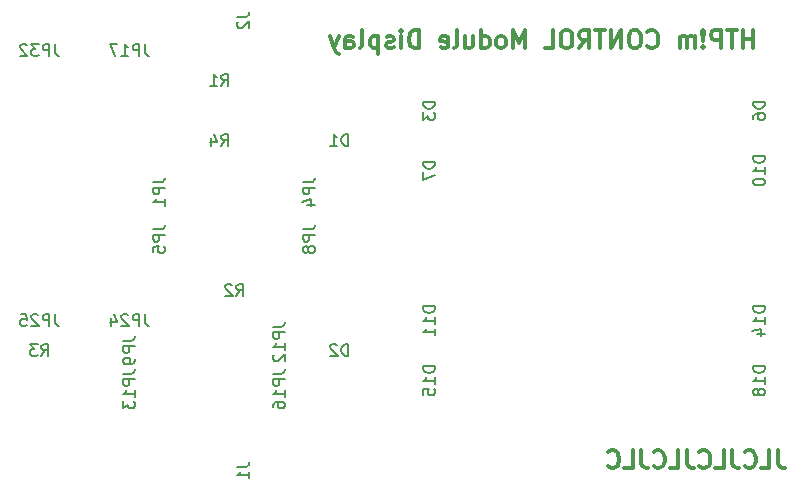
<source format=gbo>
%TF.GenerationSoftware,KiCad,Pcbnew,7.0.8*%
%TF.CreationDate,2023-10-08T00:59:27-07:00*%
%TF.ProjectId,htpm_control_module_display,6874706d-5f63-46f6-9e74-726f6c5f6d6f,1*%
%TF.SameCoordinates,Original*%
%TF.FileFunction,Legend,Bot*%
%TF.FilePolarity,Positive*%
%FSLAX46Y46*%
G04 Gerber Fmt 4.6, Leading zero omitted, Abs format (unit mm)*
G04 Created by KiCad (PCBNEW 7.0.8) date 2023-10-08 00:59:27*
%MOMM*%
%LPD*%
G01*
G04 APERTURE LIST*
%ADD10C,0.300000*%
%ADD11C,0.150000*%
G04 APERTURE END LIST*
D10*
X263176917Y-117680828D02*
X263176917Y-118752257D01*
X263176917Y-118752257D02*
X263248346Y-118966542D01*
X263248346Y-118966542D02*
X263391203Y-119109400D01*
X263391203Y-119109400D02*
X263605489Y-119180828D01*
X263605489Y-119180828D02*
X263748346Y-119180828D01*
X261748346Y-119180828D02*
X262462632Y-119180828D01*
X262462632Y-119180828D02*
X262462632Y-117680828D01*
X260391203Y-119037971D02*
X260462631Y-119109400D01*
X260462631Y-119109400D02*
X260676917Y-119180828D01*
X260676917Y-119180828D02*
X260819774Y-119180828D01*
X260819774Y-119180828D02*
X261034060Y-119109400D01*
X261034060Y-119109400D02*
X261176917Y-118966542D01*
X261176917Y-118966542D02*
X261248346Y-118823685D01*
X261248346Y-118823685D02*
X261319774Y-118537971D01*
X261319774Y-118537971D02*
X261319774Y-118323685D01*
X261319774Y-118323685D02*
X261248346Y-118037971D01*
X261248346Y-118037971D02*
X261176917Y-117895114D01*
X261176917Y-117895114D02*
X261034060Y-117752257D01*
X261034060Y-117752257D02*
X260819774Y-117680828D01*
X260819774Y-117680828D02*
X260676917Y-117680828D01*
X260676917Y-117680828D02*
X260462631Y-117752257D01*
X260462631Y-117752257D02*
X260391203Y-117823685D01*
X259319774Y-117680828D02*
X259319774Y-118752257D01*
X259319774Y-118752257D02*
X259391203Y-118966542D01*
X259391203Y-118966542D02*
X259534060Y-119109400D01*
X259534060Y-119109400D02*
X259748346Y-119180828D01*
X259748346Y-119180828D02*
X259891203Y-119180828D01*
X257891203Y-119180828D02*
X258605489Y-119180828D01*
X258605489Y-119180828D02*
X258605489Y-117680828D01*
X256534060Y-119037971D02*
X256605488Y-119109400D01*
X256605488Y-119109400D02*
X256819774Y-119180828D01*
X256819774Y-119180828D02*
X256962631Y-119180828D01*
X256962631Y-119180828D02*
X257176917Y-119109400D01*
X257176917Y-119109400D02*
X257319774Y-118966542D01*
X257319774Y-118966542D02*
X257391203Y-118823685D01*
X257391203Y-118823685D02*
X257462631Y-118537971D01*
X257462631Y-118537971D02*
X257462631Y-118323685D01*
X257462631Y-118323685D02*
X257391203Y-118037971D01*
X257391203Y-118037971D02*
X257319774Y-117895114D01*
X257319774Y-117895114D02*
X257176917Y-117752257D01*
X257176917Y-117752257D02*
X256962631Y-117680828D01*
X256962631Y-117680828D02*
X256819774Y-117680828D01*
X256819774Y-117680828D02*
X256605488Y-117752257D01*
X256605488Y-117752257D02*
X256534060Y-117823685D01*
X255462631Y-117680828D02*
X255462631Y-118752257D01*
X255462631Y-118752257D02*
X255534060Y-118966542D01*
X255534060Y-118966542D02*
X255676917Y-119109400D01*
X255676917Y-119109400D02*
X255891203Y-119180828D01*
X255891203Y-119180828D02*
X256034060Y-119180828D01*
X254034060Y-119180828D02*
X254748346Y-119180828D01*
X254748346Y-119180828D02*
X254748346Y-117680828D01*
X252676917Y-119037971D02*
X252748345Y-119109400D01*
X252748345Y-119109400D02*
X252962631Y-119180828D01*
X252962631Y-119180828D02*
X253105488Y-119180828D01*
X253105488Y-119180828D02*
X253319774Y-119109400D01*
X253319774Y-119109400D02*
X253462631Y-118966542D01*
X253462631Y-118966542D02*
X253534060Y-118823685D01*
X253534060Y-118823685D02*
X253605488Y-118537971D01*
X253605488Y-118537971D02*
X253605488Y-118323685D01*
X253605488Y-118323685D02*
X253534060Y-118037971D01*
X253534060Y-118037971D02*
X253462631Y-117895114D01*
X253462631Y-117895114D02*
X253319774Y-117752257D01*
X253319774Y-117752257D02*
X253105488Y-117680828D01*
X253105488Y-117680828D02*
X252962631Y-117680828D01*
X252962631Y-117680828D02*
X252748345Y-117752257D01*
X252748345Y-117752257D02*
X252676917Y-117823685D01*
X251605488Y-117680828D02*
X251605488Y-118752257D01*
X251605488Y-118752257D02*
X251676917Y-118966542D01*
X251676917Y-118966542D02*
X251819774Y-119109400D01*
X251819774Y-119109400D02*
X252034060Y-119180828D01*
X252034060Y-119180828D02*
X252176917Y-119180828D01*
X250176917Y-119180828D02*
X250891203Y-119180828D01*
X250891203Y-119180828D02*
X250891203Y-117680828D01*
X248819774Y-119037971D02*
X248891202Y-119109400D01*
X248891202Y-119109400D02*
X249105488Y-119180828D01*
X249105488Y-119180828D02*
X249248345Y-119180828D01*
X249248345Y-119180828D02*
X249462631Y-119109400D01*
X249462631Y-119109400D02*
X249605488Y-118966542D01*
X249605488Y-118966542D02*
X249676917Y-118823685D01*
X249676917Y-118823685D02*
X249748345Y-118537971D01*
X249748345Y-118537971D02*
X249748345Y-118323685D01*
X249748345Y-118323685D02*
X249676917Y-118037971D01*
X249676917Y-118037971D02*
X249605488Y-117895114D01*
X249605488Y-117895114D02*
X249462631Y-117752257D01*
X249462631Y-117752257D02*
X249248345Y-117680828D01*
X249248345Y-117680828D02*
X249105488Y-117680828D01*
X249105488Y-117680828D02*
X248891202Y-117752257D01*
X248891202Y-117752257D02*
X248819774Y-117823685D01*
X261065489Y-83620828D02*
X261065489Y-82120828D01*
X261065489Y-82835114D02*
X260208346Y-82835114D01*
X260208346Y-83620828D02*
X260208346Y-82120828D01*
X259708345Y-82120828D02*
X258851203Y-82120828D01*
X259279774Y-83620828D02*
X259279774Y-82120828D01*
X258351203Y-83620828D02*
X258351203Y-82120828D01*
X258351203Y-82120828D02*
X257779774Y-82120828D01*
X257779774Y-82120828D02*
X257636917Y-82192257D01*
X257636917Y-82192257D02*
X257565488Y-82263685D01*
X257565488Y-82263685D02*
X257494060Y-82406542D01*
X257494060Y-82406542D02*
X257494060Y-82620828D01*
X257494060Y-82620828D02*
X257565488Y-82763685D01*
X257565488Y-82763685D02*
X257636917Y-82835114D01*
X257636917Y-82835114D02*
X257779774Y-82906542D01*
X257779774Y-82906542D02*
X258351203Y-82906542D01*
X256851203Y-83477971D02*
X256779774Y-83549400D01*
X256779774Y-83549400D02*
X256851203Y-83620828D01*
X256851203Y-83620828D02*
X256922631Y-83549400D01*
X256922631Y-83549400D02*
X256851203Y-83477971D01*
X256851203Y-83477971D02*
X256851203Y-83620828D01*
X256851203Y-83049400D02*
X256922631Y-82192257D01*
X256922631Y-82192257D02*
X256851203Y-82120828D01*
X256851203Y-82120828D02*
X256779774Y-82192257D01*
X256779774Y-82192257D02*
X256851203Y-83049400D01*
X256851203Y-83049400D02*
X256851203Y-82120828D01*
X256136917Y-83620828D02*
X256136917Y-82620828D01*
X256136917Y-82763685D02*
X256065488Y-82692257D01*
X256065488Y-82692257D02*
X255922631Y-82620828D01*
X255922631Y-82620828D02*
X255708345Y-82620828D01*
X255708345Y-82620828D02*
X255565488Y-82692257D01*
X255565488Y-82692257D02*
X255494060Y-82835114D01*
X255494060Y-82835114D02*
X255494060Y-83620828D01*
X255494060Y-82835114D02*
X255422631Y-82692257D01*
X255422631Y-82692257D02*
X255279774Y-82620828D01*
X255279774Y-82620828D02*
X255065488Y-82620828D01*
X255065488Y-82620828D02*
X254922631Y-82692257D01*
X254922631Y-82692257D02*
X254851202Y-82835114D01*
X254851202Y-82835114D02*
X254851202Y-83620828D01*
X252136917Y-83477971D02*
X252208345Y-83549400D01*
X252208345Y-83549400D02*
X252422631Y-83620828D01*
X252422631Y-83620828D02*
X252565488Y-83620828D01*
X252565488Y-83620828D02*
X252779774Y-83549400D01*
X252779774Y-83549400D02*
X252922631Y-83406542D01*
X252922631Y-83406542D02*
X252994060Y-83263685D01*
X252994060Y-83263685D02*
X253065488Y-82977971D01*
X253065488Y-82977971D02*
X253065488Y-82763685D01*
X253065488Y-82763685D02*
X252994060Y-82477971D01*
X252994060Y-82477971D02*
X252922631Y-82335114D01*
X252922631Y-82335114D02*
X252779774Y-82192257D01*
X252779774Y-82192257D02*
X252565488Y-82120828D01*
X252565488Y-82120828D02*
X252422631Y-82120828D01*
X252422631Y-82120828D02*
X252208345Y-82192257D01*
X252208345Y-82192257D02*
X252136917Y-82263685D01*
X251208345Y-82120828D02*
X250922631Y-82120828D01*
X250922631Y-82120828D02*
X250779774Y-82192257D01*
X250779774Y-82192257D02*
X250636917Y-82335114D01*
X250636917Y-82335114D02*
X250565488Y-82620828D01*
X250565488Y-82620828D02*
X250565488Y-83120828D01*
X250565488Y-83120828D02*
X250636917Y-83406542D01*
X250636917Y-83406542D02*
X250779774Y-83549400D01*
X250779774Y-83549400D02*
X250922631Y-83620828D01*
X250922631Y-83620828D02*
X251208345Y-83620828D01*
X251208345Y-83620828D02*
X251351203Y-83549400D01*
X251351203Y-83549400D02*
X251494060Y-83406542D01*
X251494060Y-83406542D02*
X251565488Y-83120828D01*
X251565488Y-83120828D02*
X251565488Y-82620828D01*
X251565488Y-82620828D02*
X251494060Y-82335114D01*
X251494060Y-82335114D02*
X251351203Y-82192257D01*
X251351203Y-82192257D02*
X251208345Y-82120828D01*
X249922631Y-83620828D02*
X249922631Y-82120828D01*
X249922631Y-82120828D02*
X249065488Y-83620828D01*
X249065488Y-83620828D02*
X249065488Y-82120828D01*
X248565487Y-82120828D02*
X247708345Y-82120828D01*
X248136916Y-83620828D02*
X248136916Y-82120828D01*
X246351202Y-83620828D02*
X246851202Y-82906542D01*
X247208345Y-83620828D02*
X247208345Y-82120828D01*
X247208345Y-82120828D02*
X246636916Y-82120828D01*
X246636916Y-82120828D02*
X246494059Y-82192257D01*
X246494059Y-82192257D02*
X246422630Y-82263685D01*
X246422630Y-82263685D02*
X246351202Y-82406542D01*
X246351202Y-82406542D02*
X246351202Y-82620828D01*
X246351202Y-82620828D02*
X246422630Y-82763685D01*
X246422630Y-82763685D02*
X246494059Y-82835114D01*
X246494059Y-82835114D02*
X246636916Y-82906542D01*
X246636916Y-82906542D02*
X247208345Y-82906542D01*
X245422630Y-82120828D02*
X245136916Y-82120828D01*
X245136916Y-82120828D02*
X244994059Y-82192257D01*
X244994059Y-82192257D02*
X244851202Y-82335114D01*
X244851202Y-82335114D02*
X244779773Y-82620828D01*
X244779773Y-82620828D02*
X244779773Y-83120828D01*
X244779773Y-83120828D02*
X244851202Y-83406542D01*
X244851202Y-83406542D02*
X244994059Y-83549400D01*
X244994059Y-83549400D02*
X245136916Y-83620828D01*
X245136916Y-83620828D02*
X245422630Y-83620828D01*
X245422630Y-83620828D02*
X245565488Y-83549400D01*
X245565488Y-83549400D02*
X245708345Y-83406542D01*
X245708345Y-83406542D02*
X245779773Y-83120828D01*
X245779773Y-83120828D02*
X245779773Y-82620828D01*
X245779773Y-82620828D02*
X245708345Y-82335114D01*
X245708345Y-82335114D02*
X245565488Y-82192257D01*
X245565488Y-82192257D02*
X245422630Y-82120828D01*
X243422630Y-83620828D02*
X244136916Y-83620828D01*
X244136916Y-83620828D02*
X244136916Y-82120828D01*
X241779773Y-83620828D02*
X241779773Y-82120828D01*
X241779773Y-82120828D02*
X241279773Y-83192257D01*
X241279773Y-83192257D02*
X240779773Y-82120828D01*
X240779773Y-82120828D02*
X240779773Y-83620828D01*
X239851201Y-83620828D02*
X239994058Y-83549400D01*
X239994058Y-83549400D02*
X240065487Y-83477971D01*
X240065487Y-83477971D02*
X240136915Y-83335114D01*
X240136915Y-83335114D02*
X240136915Y-82906542D01*
X240136915Y-82906542D02*
X240065487Y-82763685D01*
X240065487Y-82763685D02*
X239994058Y-82692257D01*
X239994058Y-82692257D02*
X239851201Y-82620828D01*
X239851201Y-82620828D02*
X239636915Y-82620828D01*
X239636915Y-82620828D02*
X239494058Y-82692257D01*
X239494058Y-82692257D02*
X239422630Y-82763685D01*
X239422630Y-82763685D02*
X239351201Y-82906542D01*
X239351201Y-82906542D02*
X239351201Y-83335114D01*
X239351201Y-83335114D02*
X239422630Y-83477971D01*
X239422630Y-83477971D02*
X239494058Y-83549400D01*
X239494058Y-83549400D02*
X239636915Y-83620828D01*
X239636915Y-83620828D02*
X239851201Y-83620828D01*
X238065487Y-83620828D02*
X238065487Y-82120828D01*
X238065487Y-83549400D02*
X238208344Y-83620828D01*
X238208344Y-83620828D02*
X238494058Y-83620828D01*
X238494058Y-83620828D02*
X238636915Y-83549400D01*
X238636915Y-83549400D02*
X238708344Y-83477971D01*
X238708344Y-83477971D02*
X238779772Y-83335114D01*
X238779772Y-83335114D02*
X238779772Y-82906542D01*
X238779772Y-82906542D02*
X238708344Y-82763685D01*
X238708344Y-82763685D02*
X238636915Y-82692257D01*
X238636915Y-82692257D02*
X238494058Y-82620828D01*
X238494058Y-82620828D02*
X238208344Y-82620828D01*
X238208344Y-82620828D02*
X238065487Y-82692257D01*
X236708344Y-82620828D02*
X236708344Y-83620828D01*
X237351201Y-82620828D02*
X237351201Y-83406542D01*
X237351201Y-83406542D02*
X237279772Y-83549400D01*
X237279772Y-83549400D02*
X237136915Y-83620828D01*
X237136915Y-83620828D02*
X236922629Y-83620828D01*
X236922629Y-83620828D02*
X236779772Y-83549400D01*
X236779772Y-83549400D02*
X236708344Y-83477971D01*
X235779772Y-83620828D02*
X235922629Y-83549400D01*
X235922629Y-83549400D02*
X235994058Y-83406542D01*
X235994058Y-83406542D02*
X235994058Y-82120828D01*
X234636915Y-83549400D02*
X234779772Y-83620828D01*
X234779772Y-83620828D02*
X235065487Y-83620828D01*
X235065487Y-83620828D02*
X235208344Y-83549400D01*
X235208344Y-83549400D02*
X235279772Y-83406542D01*
X235279772Y-83406542D02*
X235279772Y-82835114D01*
X235279772Y-82835114D02*
X235208344Y-82692257D01*
X235208344Y-82692257D02*
X235065487Y-82620828D01*
X235065487Y-82620828D02*
X234779772Y-82620828D01*
X234779772Y-82620828D02*
X234636915Y-82692257D01*
X234636915Y-82692257D02*
X234565487Y-82835114D01*
X234565487Y-82835114D02*
X234565487Y-82977971D01*
X234565487Y-82977971D02*
X235279772Y-83120828D01*
X232779773Y-83620828D02*
X232779773Y-82120828D01*
X232779773Y-82120828D02*
X232422630Y-82120828D01*
X232422630Y-82120828D02*
X232208344Y-82192257D01*
X232208344Y-82192257D02*
X232065487Y-82335114D01*
X232065487Y-82335114D02*
X231994058Y-82477971D01*
X231994058Y-82477971D02*
X231922630Y-82763685D01*
X231922630Y-82763685D02*
X231922630Y-82977971D01*
X231922630Y-82977971D02*
X231994058Y-83263685D01*
X231994058Y-83263685D02*
X232065487Y-83406542D01*
X232065487Y-83406542D02*
X232208344Y-83549400D01*
X232208344Y-83549400D02*
X232422630Y-83620828D01*
X232422630Y-83620828D02*
X232779773Y-83620828D01*
X231279773Y-83620828D02*
X231279773Y-82620828D01*
X231279773Y-82120828D02*
X231351201Y-82192257D01*
X231351201Y-82192257D02*
X231279773Y-82263685D01*
X231279773Y-82263685D02*
X231208344Y-82192257D01*
X231208344Y-82192257D02*
X231279773Y-82120828D01*
X231279773Y-82120828D02*
X231279773Y-82263685D01*
X230636915Y-83549400D02*
X230494058Y-83620828D01*
X230494058Y-83620828D02*
X230208344Y-83620828D01*
X230208344Y-83620828D02*
X230065487Y-83549400D01*
X230065487Y-83549400D02*
X229994058Y-83406542D01*
X229994058Y-83406542D02*
X229994058Y-83335114D01*
X229994058Y-83335114D02*
X230065487Y-83192257D01*
X230065487Y-83192257D02*
X230208344Y-83120828D01*
X230208344Y-83120828D02*
X230422630Y-83120828D01*
X230422630Y-83120828D02*
X230565487Y-83049400D01*
X230565487Y-83049400D02*
X230636915Y-82906542D01*
X230636915Y-82906542D02*
X230636915Y-82835114D01*
X230636915Y-82835114D02*
X230565487Y-82692257D01*
X230565487Y-82692257D02*
X230422630Y-82620828D01*
X230422630Y-82620828D02*
X230208344Y-82620828D01*
X230208344Y-82620828D02*
X230065487Y-82692257D01*
X229351201Y-82620828D02*
X229351201Y-84120828D01*
X229351201Y-82692257D02*
X229208344Y-82620828D01*
X229208344Y-82620828D02*
X228922629Y-82620828D01*
X228922629Y-82620828D02*
X228779772Y-82692257D01*
X228779772Y-82692257D02*
X228708344Y-82763685D01*
X228708344Y-82763685D02*
X228636915Y-82906542D01*
X228636915Y-82906542D02*
X228636915Y-83335114D01*
X228636915Y-83335114D02*
X228708344Y-83477971D01*
X228708344Y-83477971D02*
X228779772Y-83549400D01*
X228779772Y-83549400D02*
X228922629Y-83620828D01*
X228922629Y-83620828D02*
X229208344Y-83620828D01*
X229208344Y-83620828D02*
X229351201Y-83549400D01*
X227779772Y-83620828D02*
X227922629Y-83549400D01*
X227922629Y-83549400D02*
X227994058Y-83406542D01*
X227994058Y-83406542D02*
X227994058Y-82120828D01*
X226565487Y-83620828D02*
X226565487Y-82835114D01*
X226565487Y-82835114D02*
X226636915Y-82692257D01*
X226636915Y-82692257D02*
X226779772Y-82620828D01*
X226779772Y-82620828D02*
X227065487Y-82620828D01*
X227065487Y-82620828D02*
X227208344Y-82692257D01*
X226565487Y-83549400D02*
X226708344Y-83620828D01*
X226708344Y-83620828D02*
X227065487Y-83620828D01*
X227065487Y-83620828D02*
X227208344Y-83549400D01*
X227208344Y-83549400D02*
X227279772Y-83406542D01*
X227279772Y-83406542D02*
X227279772Y-83263685D01*
X227279772Y-83263685D02*
X227208344Y-83120828D01*
X227208344Y-83120828D02*
X227065487Y-83049400D01*
X227065487Y-83049400D02*
X226708344Y-83049400D01*
X226708344Y-83049400D02*
X226565487Y-82977971D01*
X225994058Y-82620828D02*
X225636915Y-83620828D01*
X225279772Y-82620828D02*
X225636915Y-83620828D01*
X225636915Y-83620828D02*
X225779772Y-83977971D01*
X225779772Y-83977971D02*
X225851201Y-84049400D01*
X225851201Y-84049400D02*
X225994058Y-84120828D01*
D11*
X216066666Y-91894819D02*
X216399999Y-91418628D01*
X216638094Y-91894819D02*
X216638094Y-90894819D01*
X216638094Y-90894819D02*
X216257142Y-90894819D01*
X216257142Y-90894819D02*
X216161904Y-90942438D01*
X216161904Y-90942438D02*
X216114285Y-90990057D01*
X216114285Y-90990057D02*
X216066666Y-91085295D01*
X216066666Y-91085295D02*
X216066666Y-91228152D01*
X216066666Y-91228152D02*
X216114285Y-91323390D01*
X216114285Y-91323390D02*
X216161904Y-91371009D01*
X216161904Y-91371009D02*
X216257142Y-91418628D01*
X216257142Y-91418628D02*
X216638094Y-91418628D01*
X215209523Y-91228152D02*
X215209523Y-91894819D01*
X215447618Y-90847200D02*
X215685713Y-91561485D01*
X215685713Y-91561485D02*
X215066666Y-91561485D01*
X200826666Y-109674819D02*
X201159999Y-109198628D01*
X201398094Y-109674819D02*
X201398094Y-108674819D01*
X201398094Y-108674819D02*
X201017142Y-108674819D01*
X201017142Y-108674819D02*
X200921904Y-108722438D01*
X200921904Y-108722438D02*
X200874285Y-108770057D01*
X200874285Y-108770057D02*
X200826666Y-108865295D01*
X200826666Y-108865295D02*
X200826666Y-109008152D01*
X200826666Y-109008152D02*
X200874285Y-109103390D01*
X200874285Y-109103390D02*
X200921904Y-109151009D01*
X200921904Y-109151009D02*
X201017142Y-109198628D01*
X201017142Y-109198628D02*
X201398094Y-109198628D01*
X200493332Y-108674819D02*
X199874285Y-108674819D01*
X199874285Y-108674819D02*
X200207618Y-109055771D01*
X200207618Y-109055771D02*
X200064761Y-109055771D01*
X200064761Y-109055771D02*
X199969523Y-109103390D01*
X199969523Y-109103390D02*
X199921904Y-109151009D01*
X199921904Y-109151009D02*
X199874285Y-109246247D01*
X199874285Y-109246247D02*
X199874285Y-109484342D01*
X199874285Y-109484342D02*
X199921904Y-109579580D01*
X199921904Y-109579580D02*
X199969523Y-109627200D01*
X199969523Y-109627200D02*
X200064761Y-109674819D01*
X200064761Y-109674819D02*
X200350475Y-109674819D01*
X200350475Y-109674819D02*
X200445713Y-109627200D01*
X200445713Y-109627200D02*
X200493332Y-109579580D01*
X217336666Y-104594819D02*
X217669999Y-104118628D01*
X217908094Y-104594819D02*
X217908094Y-103594819D01*
X217908094Y-103594819D02*
X217527142Y-103594819D01*
X217527142Y-103594819D02*
X217431904Y-103642438D01*
X217431904Y-103642438D02*
X217384285Y-103690057D01*
X217384285Y-103690057D02*
X217336666Y-103785295D01*
X217336666Y-103785295D02*
X217336666Y-103928152D01*
X217336666Y-103928152D02*
X217384285Y-104023390D01*
X217384285Y-104023390D02*
X217431904Y-104071009D01*
X217431904Y-104071009D02*
X217527142Y-104118628D01*
X217527142Y-104118628D02*
X217908094Y-104118628D01*
X216955713Y-103690057D02*
X216908094Y-103642438D01*
X216908094Y-103642438D02*
X216812856Y-103594819D01*
X216812856Y-103594819D02*
X216574761Y-103594819D01*
X216574761Y-103594819D02*
X216479523Y-103642438D01*
X216479523Y-103642438D02*
X216431904Y-103690057D01*
X216431904Y-103690057D02*
X216384285Y-103785295D01*
X216384285Y-103785295D02*
X216384285Y-103880533D01*
X216384285Y-103880533D02*
X216431904Y-104023390D01*
X216431904Y-104023390D02*
X217003332Y-104594819D01*
X217003332Y-104594819D02*
X216384285Y-104594819D01*
X216066666Y-86814819D02*
X216399999Y-86338628D01*
X216638094Y-86814819D02*
X216638094Y-85814819D01*
X216638094Y-85814819D02*
X216257142Y-85814819D01*
X216257142Y-85814819D02*
X216161904Y-85862438D01*
X216161904Y-85862438D02*
X216114285Y-85910057D01*
X216114285Y-85910057D02*
X216066666Y-86005295D01*
X216066666Y-86005295D02*
X216066666Y-86148152D01*
X216066666Y-86148152D02*
X216114285Y-86243390D01*
X216114285Y-86243390D02*
X216161904Y-86291009D01*
X216161904Y-86291009D02*
X216257142Y-86338628D01*
X216257142Y-86338628D02*
X216638094Y-86338628D01*
X215114285Y-86814819D02*
X215685713Y-86814819D01*
X215399999Y-86814819D02*
X215399999Y-85814819D01*
X215399999Y-85814819D02*
X215495237Y-85957676D01*
X215495237Y-85957676D02*
X215590475Y-86052914D01*
X215590475Y-86052914D02*
X215685713Y-86100533D01*
X201969523Y-83274819D02*
X201969523Y-83989104D01*
X201969523Y-83989104D02*
X202017142Y-84131961D01*
X202017142Y-84131961D02*
X202112380Y-84227200D01*
X202112380Y-84227200D02*
X202255237Y-84274819D01*
X202255237Y-84274819D02*
X202350475Y-84274819D01*
X201493332Y-84274819D02*
X201493332Y-83274819D01*
X201493332Y-83274819D02*
X201112380Y-83274819D01*
X201112380Y-83274819D02*
X201017142Y-83322438D01*
X201017142Y-83322438D02*
X200969523Y-83370057D01*
X200969523Y-83370057D02*
X200921904Y-83465295D01*
X200921904Y-83465295D02*
X200921904Y-83608152D01*
X200921904Y-83608152D02*
X200969523Y-83703390D01*
X200969523Y-83703390D02*
X201017142Y-83751009D01*
X201017142Y-83751009D02*
X201112380Y-83798628D01*
X201112380Y-83798628D02*
X201493332Y-83798628D01*
X200588570Y-83274819D02*
X199969523Y-83274819D01*
X199969523Y-83274819D02*
X200302856Y-83655771D01*
X200302856Y-83655771D02*
X200159999Y-83655771D01*
X200159999Y-83655771D02*
X200064761Y-83703390D01*
X200064761Y-83703390D02*
X200017142Y-83751009D01*
X200017142Y-83751009D02*
X199969523Y-83846247D01*
X199969523Y-83846247D02*
X199969523Y-84084342D01*
X199969523Y-84084342D02*
X200017142Y-84179580D01*
X200017142Y-84179580D02*
X200064761Y-84227200D01*
X200064761Y-84227200D02*
X200159999Y-84274819D01*
X200159999Y-84274819D02*
X200445713Y-84274819D01*
X200445713Y-84274819D02*
X200540951Y-84227200D01*
X200540951Y-84227200D02*
X200588570Y-84179580D01*
X199588570Y-83370057D02*
X199540951Y-83322438D01*
X199540951Y-83322438D02*
X199445713Y-83274819D01*
X199445713Y-83274819D02*
X199207618Y-83274819D01*
X199207618Y-83274819D02*
X199112380Y-83322438D01*
X199112380Y-83322438D02*
X199064761Y-83370057D01*
X199064761Y-83370057D02*
X199017142Y-83465295D01*
X199017142Y-83465295D02*
X199017142Y-83560533D01*
X199017142Y-83560533D02*
X199064761Y-83703390D01*
X199064761Y-83703390D02*
X199636189Y-84274819D01*
X199636189Y-84274819D02*
X199017142Y-84274819D01*
X201969523Y-106134819D02*
X201969523Y-106849104D01*
X201969523Y-106849104D02*
X202017142Y-106991961D01*
X202017142Y-106991961D02*
X202112380Y-107087200D01*
X202112380Y-107087200D02*
X202255237Y-107134819D01*
X202255237Y-107134819D02*
X202350475Y-107134819D01*
X201493332Y-107134819D02*
X201493332Y-106134819D01*
X201493332Y-106134819D02*
X201112380Y-106134819D01*
X201112380Y-106134819D02*
X201017142Y-106182438D01*
X201017142Y-106182438D02*
X200969523Y-106230057D01*
X200969523Y-106230057D02*
X200921904Y-106325295D01*
X200921904Y-106325295D02*
X200921904Y-106468152D01*
X200921904Y-106468152D02*
X200969523Y-106563390D01*
X200969523Y-106563390D02*
X201017142Y-106611009D01*
X201017142Y-106611009D02*
X201112380Y-106658628D01*
X201112380Y-106658628D02*
X201493332Y-106658628D01*
X200540951Y-106230057D02*
X200493332Y-106182438D01*
X200493332Y-106182438D02*
X200398094Y-106134819D01*
X200398094Y-106134819D02*
X200159999Y-106134819D01*
X200159999Y-106134819D02*
X200064761Y-106182438D01*
X200064761Y-106182438D02*
X200017142Y-106230057D01*
X200017142Y-106230057D02*
X199969523Y-106325295D01*
X199969523Y-106325295D02*
X199969523Y-106420533D01*
X199969523Y-106420533D02*
X200017142Y-106563390D01*
X200017142Y-106563390D02*
X200588570Y-107134819D01*
X200588570Y-107134819D02*
X199969523Y-107134819D01*
X199064761Y-106134819D02*
X199540951Y-106134819D01*
X199540951Y-106134819D02*
X199588570Y-106611009D01*
X199588570Y-106611009D02*
X199540951Y-106563390D01*
X199540951Y-106563390D02*
X199445713Y-106515771D01*
X199445713Y-106515771D02*
X199207618Y-106515771D01*
X199207618Y-106515771D02*
X199112380Y-106563390D01*
X199112380Y-106563390D02*
X199064761Y-106611009D01*
X199064761Y-106611009D02*
X199017142Y-106706247D01*
X199017142Y-106706247D02*
X199017142Y-106944342D01*
X199017142Y-106944342D02*
X199064761Y-107039580D01*
X199064761Y-107039580D02*
X199112380Y-107087200D01*
X199112380Y-107087200D02*
X199207618Y-107134819D01*
X199207618Y-107134819D02*
X199445713Y-107134819D01*
X199445713Y-107134819D02*
X199540951Y-107087200D01*
X199540951Y-107087200D02*
X199588570Y-107039580D01*
X209589523Y-106134819D02*
X209589523Y-106849104D01*
X209589523Y-106849104D02*
X209637142Y-106991961D01*
X209637142Y-106991961D02*
X209732380Y-107087200D01*
X209732380Y-107087200D02*
X209875237Y-107134819D01*
X209875237Y-107134819D02*
X209970475Y-107134819D01*
X209113332Y-107134819D02*
X209113332Y-106134819D01*
X209113332Y-106134819D02*
X208732380Y-106134819D01*
X208732380Y-106134819D02*
X208637142Y-106182438D01*
X208637142Y-106182438D02*
X208589523Y-106230057D01*
X208589523Y-106230057D02*
X208541904Y-106325295D01*
X208541904Y-106325295D02*
X208541904Y-106468152D01*
X208541904Y-106468152D02*
X208589523Y-106563390D01*
X208589523Y-106563390D02*
X208637142Y-106611009D01*
X208637142Y-106611009D02*
X208732380Y-106658628D01*
X208732380Y-106658628D02*
X209113332Y-106658628D01*
X208160951Y-106230057D02*
X208113332Y-106182438D01*
X208113332Y-106182438D02*
X208018094Y-106134819D01*
X208018094Y-106134819D02*
X207779999Y-106134819D01*
X207779999Y-106134819D02*
X207684761Y-106182438D01*
X207684761Y-106182438D02*
X207637142Y-106230057D01*
X207637142Y-106230057D02*
X207589523Y-106325295D01*
X207589523Y-106325295D02*
X207589523Y-106420533D01*
X207589523Y-106420533D02*
X207637142Y-106563390D01*
X207637142Y-106563390D02*
X208208570Y-107134819D01*
X208208570Y-107134819D02*
X207589523Y-107134819D01*
X206732380Y-106468152D02*
X206732380Y-107134819D01*
X206970475Y-106087200D02*
X207208570Y-106801485D01*
X207208570Y-106801485D02*
X206589523Y-106801485D01*
X209589523Y-83274819D02*
X209589523Y-83989104D01*
X209589523Y-83989104D02*
X209637142Y-84131961D01*
X209637142Y-84131961D02*
X209732380Y-84227200D01*
X209732380Y-84227200D02*
X209875237Y-84274819D01*
X209875237Y-84274819D02*
X209970475Y-84274819D01*
X209113332Y-84274819D02*
X209113332Y-83274819D01*
X209113332Y-83274819D02*
X208732380Y-83274819D01*
X208732380Y-83274819D02*
X208637142Y-83322438D01*
X208637142Y-83322438D02*
X208589523Y-83370057D01*
X208589523Y-83370057D02*
X208541904Y-83465295D01*
X208541904Y-83465295D02*
X208541904Y-83608152D01*
X208541904Y-83608152D02*
X208589523Y-83703390D01*
X208589523Y-83703390D02*
X208637142Y-83751009D01*
X208637142Y-83751009D02*
X208732380Y-83798628D01*
X208732380Y-83798628D02*
X209113332Y-83798628D01*
X207589523Y-84274819D02*
X208160951Y-84274819D01*
X207875237Y-84274819D02*
X207875237Y-83274819D01*
X207875237Y-83274819D02*
X207970475Y-83417676D01*
X207970475Y-83417676D02*
X208065713Y-83512914D01*
X208065713Y-83512914D02*
X208160951Y-83560533D01*
X207256189Y-83274819D02*
X206589523Y-83274819D01*
X206589523Y-83274819D02*
X207018094Y-84274819D01*
X220434819Y-111175476D02*
X221149104Y-111175476D01*
X221149104Y-111175476D02*
X221291961Y-111127857D01*
X221291961Y-111127857D02*
X221387200Y-111032619D01*
X221387200Y-111032619D02*
X221434819Y-110889762D01*
X221434819Y-110889762D02*
X221434819Y-110794524D01*
X221434819Y-111651667D02*
X220434819Y-111651667D01*
X220434819Y-111651667D02*
X220434819Y-112032619D01*
X220434819Y-112032619D02*
X220482438Y-112127857D01*
X220482438Y-112127857D02*
X220530057Y-112175476D01*
X220530057Y-112175476D02*
X220625295Y-112223095D01*
X220625295Y-112223095D02*
X220768152Y-112223095D01*
X220768152Y-112223095D02*
X220863390Y-112175476D01*
X220863390Y-112175476D02*
X220911009Y-112127857D01*
X220911009Y-112127857D02*
X220958628Y-112032619D01*
X220958628Y-112032619D02*
X220958628Y-111651667D01*
X221434819Y-113175476D02*
X221434819Y-112604048D01*
X221434819Y-112889762D02*
X220434819Y-112889762D01*
X220434819Y-112889762D02*
X220577676Y-112794524D01*
X220577676Y-112794524D02*
X220672914Y-112699286D01*
X220672914Y-112699286D02*
X220720533Y-112604048D01*
X220434819Y-114032619D02*
X220434819Y-113842143D01*
X220434819Y-113842143D02*
X220482438Y-113746905D01*
X220482438Y-113746905D02*
X220530057Y-113699286D01*
X220530057Y-113699286D02*
X220672914Y-113604048D01*
X220672914Y-113604048D02*
X220863390Y-113556429D01*
X220863390Y-113556429D02*
X221244342Y-113556429D01*
X221244342Y-113556429D02*
X221339580Y-113604048D01*
X221339580Y-113604048D02*
X221387200Y-113651667D01*
X221387200Y-113651667D02*
X221434819Y-113746905D01*
X221434819Y-113746905D02*
X221434819Y-113937381D01*
X221434819Y-113937381D02*
X221387200Y-114032619D01*
X221387200Y-114032619D02*
X221339580Y-114080238D01*
X221339580Y-114080238D02*
X221244342Y-114127857D01*
X221244342Y-114127857D02*
X221006247Y-114127857D01*
X221006247Y-114127857D02*
X220911009Y-114080238D01*
X220911009Y-114080238D02*
X220863390Y-114032619D01*
X220863390Y-114032619D02*
X220815771Y-113937381D01*
X220815771Y-113937381D02*
X220815771Y-113746905D01*
X220815771Y-113746905D02*
X220863390Y-113651667D01*
X220863390Y-113651667D02*
X220911009Y-113604048D01*
X220911009Y-113604048D02*
X221006247Y-113556429D01*
X207734819Y-111175476D02*
X208449104Y-111175476D01*
X208449104Y-111175476D02*
X208591961Y-111127857D01*
X208591961Y-111127857D02*
X208687200Y-111032619D01*
X208687200Y-111032619D02*
X208734819Y-110889762D01*
X208734819Y-110889762D02*
X208734819Y-110794524D01*
X208734819Y-111651667D02*
X207734819Y-111651667D01*
X207734819Y-111651667D02*
X207734819Y-112032619D01*
X207734819Y-112032619D02*
X207782438Y-112127857D01*
X207782438Y-112127857D02*
X207830057Y-112175476D01*
X207830057Y-112175476D02*
X207925295Y-112223095D01*
X207925295Y-112223095D02*
X208068152Y-112223095D01*
X208068152Y-112223095D02*
X208163390Y-112175476D01*
X208163390Y-112175476D02*
X208211009Y-112127857D01*
X208211009Y-112127857D02*
X208258628Y-112032619D01*
X208258628Y-112032619D02*
X208258628Y-111651667D01*
X208734819Y-113175476D02*
X208734819Y-112604048D01*
X208734819Y-112889762D02*
X207734819Y-112889762D01*
X207734819Y-112889762D02*
X207877676Y-112794524D01*
X207877676Y-112794524D02*
X207972914Y-112699286D01*
X207972914Y-112699286D02*
X208020533Y-112604048D01*
X207734819Y-113508810D02*
X207734819Y-114127857D01*
X207734819Y-114127857D02*
X208115771Y-113794524D01*
X208115771Y-113794524D02*
X208115771Y-113937381D01*
X208115771Y-113937381D02*
X208163390Y-114032619D01*
X208163390Y-114032619D02*
X208211009Y-114080238D01*
X208211009Y-114080238D02*
X208306247Y-114127857D01*
X208306247Y-114127857D02*
X208544342Y-114127857D01*
X208544342Y-114127857D02*
X208639580Y-114080238D01*
X208639580Y-114080238D02*
X208687200Y-114032619D01*
X208687200Y-114032619D02*
X208734819Y-113937381D01*
X208734819Y-113937381D02*
X208734819Y-113651667D01*
X208734819Y-113651667D02*
X208687200Y-113556429D01*
X208687200Y-113556429D02*
X208639580Y-113508810D01*
X220434819Y-107185476D02*
X221149104Y-107185476D01*
X221149104Y-107185476D02*
X221291961Y-107137857D01*
X221291961Y-107137857D02*
X221387200Y-107042619D01*
X221387200Y-107042619D02*
X221434819Y-106899762D01*
X221434819Y-106899762D02*
X221434819Y-106804524D01*
X221434819Y-107661667D02*
X220434819Y-107661667D01*
X220434819Y-107661667D02*
X220434819Y-108042619D01*
X220434819Y-108042619D02*
X220482438Y-108137857D01*
X220482438Y-108137857D02*
X220530057Y-108185476D01*
X220530057Y-108185476D02*
X220625295Y-108233095D01*
X220625295Y-108233095D02*
X220768152Y-108233095D01*
X220768152Y-108233095D02*
X220863390Y-108185476D01*
X220863390Y-108185476D02*
X220911009Y-108137857D01*
X220911009Y-108137857D02*
X220958628Y-108042619D01*
X220958628Y-108042619D02*
X220958628Y-107661667D01*
X221434819Y-109185476D02*
X221434819Y-108614048D01*
X221434819Y-108899762D02*
X220434819Y-108899762D01*
X220434819Y-108899762D02*
X220577676Y-108804524D01*
X220577676Y-108804524D02*
X220672914Y-108709286D01*
X220672914Y-108709286D02*
X220720533Y-108614048D01*
X220530057Y-109566429D02*
X220482438Y-109614048D01*
X220482438Y-109614048D02*
X220434819Y-109709286D01*
X220434819Y-109709286D02*
X220434819Y-109947381D01*
X220434819Y-109947381D02*
X220482438Y-110042619D01*
X220482438Y-110042619D02*
X220530057Y-110090238D01*
X220530057Y-110090238D02*
X220625295Y-110137857D01*
X220625295Y-110137857D02*
X220720533Y-110137857D01*
X220720533Y-110137857D02*
X220863390Y-110090238D01*
X220863390Y-110090238D02*
X221434819Y-109518810D01*
X221434819Y-109518810D02*
X221434819Y-110137857D01*
X207734819Y-108386666D02*
X208449104Y-108386666D01*
X208449104Y-108386666D02*
X208591961Y-108339047D01*
X208591961Y-108339047D02*
X208687200Y-108243809D01*
X208687200Y-108243809D02*
X208734819Y-108100952D01*
X208734819Y-108100952D02*
X208734819Y-108005714D01*
X208734819Y-108862857D02*
X207734819Y-108862857D01*
X207734819Y-108862857D02*
X207734819Y-109243809D01*
X207734819Y-109243809D02*
X207782438Y-109339047D01*
X207782438Y-109339047D02*
X207830057Y-109386666D01*
X207830057Y-109386666D02*
X207925295Y-109434285D01*
X207925295Y-109434285D02*
X208068152Y-109434285D01*
X208068152Y-109434285D02*
X208163390Y-109386666D01*
X208163390Y-109386666D02*
X208211009Y-109339047D01*
X208211009Y-109339047D02*
X208258628Y-109243809D01*
X208258628Y-109243809D02*
X208258628Y-108862857D01*
X208734819Y-109910476D02*
X208734819Y-110100952D01*
X208734819Y-110100952D02*
X208687200Y-110196190D01*
X208687200Y-110196190D02*
X208639580Y-110243809D01*
X208639580Y-110243809D02*
X208496723Y-110339047D01*
X208496723Y-110339047D02*
X208306247Y-110386666D01*
X208306247Y-110386666D02*
X207925295Y-110386666D01*
X207925295Y-110386666D02*
X207830057Y-110339047D01*
X207830057Y-110339047D02*
X207782438Y-110291428D01*
X207782438Y-110291428D02*
X207734819Y-110196190D01*
X207734819Y-110196190D02*
X207734819Y-110005714D01*
X207734819Y-110005714D02*
X207782438Y-109910476D01*
X207782438Y-109910476D02*
X207830057Y-109862857D01*
X207830057Y-109862857D02*
X207925295Y-109815238D01*
X207925295Y-109815238D02*
X208163390Y-109815238D01*
X208163390Y-109815238D02*
X208258628Y-109862857D01*
X208258628Y-109862857D02*
X208306247Y-109910476D01*
X208306247Y-109910476D02*
X208353866Y-110005714D01*
X208353866Y-110005714D02*
X208353866Y-110196190D01*
X208353866Y-110196190D02*
X208306247Y-110291428D01*
X208306247Y-110291428D02*
X208258628Y-110339047D01*
X208258628Y-110339047D02*
X208163390Y-110386666D01*
X222974819Y-98951666D02*
X223689104Y-98951666D01*
X223689104Y-98951666D02*
X223831961Y-98904047D01*
X223831961Y-98904047D02*
X223927200Y-98808809D01*
X223927200Y-98808809D02*
X223974819Y-98665952D01*
X223974819Y-98665952D02*
X223974819Y-98570714D01*
X223974819Y-99427857D02*
X222974819Y-99427857D01*
X222974819Y-99427857D02*
X222974819Y-99808809D01*
X222974819Y-99808809D02*
X223022438Y-99904047D01*
X223022438Y-99904047D02*
X223070057Y-99951666D01*
X223070057Y-99951666D02*
X223165295Y-99999285D01*
X223165295Y-99999285D02*
X223308152Y-99999285D01*
X223308152Y-99999285D02*
X223403390Y-99951666D01*
X223403390Y-99951666D02*
X223451009Y-99904047D01*
X223451009Y-99904047D02*
X223498628Y-99808809D01*
X223498628Y-99808809D02*
X223498628Y-99427857D01*
X223403390Y-100570714D02*
X223355771Y-100475476D01*
X223355771Y-100475476D02*
X223308152Y-100427857D01*
X223308152Y-100427857D02*
X223212914Y-100380238D01*
X223212914Y-100380238D02*
X223165295Y-100380238D01*
X223165295Y-100380238D02*
X223070057Y-100427857D01*
X223070057Y-100427857D02*
X223022438Y-100475476D01*
X223022438Y-100475476D02*
X222974819Y-100570714D01*
X222974819Y-100570714D02*
X222974819Y-100761190D01*
X222974819Y-100761190D02*
X223022438Y-100856428D01*
X223022438Y-100856428D02*
X223070057Y-100904047D01*
X223070057Y-100904047D02*
X223165295Y-100951666D01*
X223165295Y-100951666D02*
X223212914Y-100951666D01*
X223212914Y-100951666D02*
X223308152Y-100904047D01*
X223308152Y-100904047D02*
X223355771Y-100856428D01*
X223355771Y-100856428D02*
X223403390Y-100761190D01*
X223403390Y-100761190D02*
X223403390Y-100570714D01*
X223403390Y-100570714D02*
X223451009Y-100475476D01*
X223451009Y-100475476D02*
X223498628Y-100427857D01*
X223498628Y-100427857D02*
X223593866Y-100380238D01*
X223593866Y-100380238D02*
X223784342Y-100380238D01*
X223784342Y-100380238D02*
X223879580Y-100427857D01*
X223879580Y-100427857D02*
X223927200Y-100475476D01*
X223927200Y-100475476D02*
X223974819Y-100570714D01*
X223974819Y-100570714D02*
X223974819Y-100761190D01*
X223974819Y-100761190D02*
X223927200Y-100856428D01*
X223927200Y-100856428D02*
X223879580Y-100904047D01*
X223879580Y-100904047D02*
X223784342Y-100951666D01*
X223784342Y-100951666D02*
X223593866Y-100951666D01*
X223593866Y-100951666D02*
X223498628Y-100904047D01*
X223498628Y-100904047D02*
X223451009Y-100856428D01*
X223451009Y-100856428D02*
X223403390Y-100761190D01*
X210274819Y-98951666D02*
X210989104Y-98951666D01*
X210989104Y-98951666D02*
X211131961Y-98904047D01*
X211131961Y-98904047D02*
X211227200Y-98808809D01*
X211227200Y-98808809D02*
X211274819Y-98665952D01*
X211274819Y-98665952D02*
X211274819Y-98570714D01*
X211274819Y-99427857D02*
X210274819Y-99427857D01*
X210274819Y-99427857D02*
X210274819Y-99808809D01*
X210274819Y-99808809D02*
X210322438Y-99904047D01*
X210322438Y-99904047D02*
X210370057Y-99951666D01*
X210370057Y-99951666D02*
X210465295Y-99999285D01*
X210465295Y-99999285D02*
X210608152Y-99999285D01*
X210608152Y-99999285D02*
X210703390Y-99951666D01*
X210703390Y-99951666D02*
X210751009Y-99904047D01*
X210751009Y-99904047D02*
X210798628Y-99808809D01*
X210798628Y-99808809D02*
X210798628Y-99427857D01*
X210274819Y-100904047D02*
X210274819Y-100427857D01*
X210274819Y-100427857D02*
X210751009Y-100380238D01*
X210751009Y-100380238D02*
X210703390Y-100427857D01*
X210703390Y-100427857D02*
X210655771Y-100523095D01*
X210655771Y-100523095D02*
X210655771Y-100761190D01*
X210655771Y-100761190D02*
X210703390Y-100856428D01*
X210703390Y-100856428D02*
X210751009Y-100904047D01*
X210751009Y-100904047D02*
X210846247Y-100951666D01*
X210846247Y-100951666D02*
X211084342Y-100951666D01*
X211084342Y-100951666D02*
X211179580Y-100904047D01*
X211179580Y-100904047D02*
X211227200Y-100856428D01*
X211227200Y-100856428D02*
X211274819Y-100761190D01*
X211274819Y-100761190D02*
X211274819Y-100523095D01*
X211274819Y-100523095D02*
X211227200Y-100427857D01*
X211227200Y-100427857D02*
X211179580Y-100380238D01*
X222974819Y-94961666D02*
X223689104Y-94961666D01*
X223689104Y-94961666D02*
X223831961Y-94914047D01*
X223831961Y-94914047D02*
X223927200Y-94818809D01*
X223927200Y-94818809D02*
X223974819Y-94675952D01*
X223974819Y-94675952D02*
X223974819Y-94580714D01*
X223974819Y-95437857D02*
X222974819Y-95437857D01*
X222974819Y-95437857D02*
X222974819Y-95818809D01*
X222974819Y-95818809D02*
X223022438Y-95914047D01*
X223022438Y-95914047D02*
X223070057Y-95961666D01*
X223070057Y-95961666D02*
X223165295Y-96009285D01*
X223165295Y-96009285D02*
X223308152Y-96009285D01*
X223308152Y-96009285D02*
X223403390Y-95961666D01*
X223403390Y-95961666D02*
X223451009Y-95914047D01*
X223451009Y-95914047D02*
X223498628Y-95818809D01*
X223498628Y-95818809D02*
X223498628Y-95437857D01*
X223308152Y-96866428D02*
X223974819Y-96866428D01*
X222927200Y-96628333D02*
X223641485Y-96390238D01*
X223641485Y-96390238D02*
X223641485Y-97009285D01*
X210274819Y-94961666D02*
X210989104Y-94961666D01*
X210989104Y-94961666D02*
X211131961Y-94914047D01*
X211131961Y-94914047D02*
X211227200Y-94818809D01*
X211227200Y-94818809D02*
X211274819Y-94675952D01*
X211274819Y-94675952D02*
X211274819Y-94580714D01*
X211274819Y-95437857D02*
X210274819Y-95437857D01*
X210274819Y-95437857D02*
X210274819Y-95818809D01*
X210274819Y-95818809D02*
X210322438Y-95914047D01*
X210322438Y-95914047D02*
X210370057Y-95961666D01*
X210370057Y-95961666D02*
X210465295Y-96009285D01*
X210465295Y-96009285D02*
X210608152Y-96009285D01*
X210608152Y-96009285D02*
X210703390Y-95961666D01*
X210703390Y-95961666D02*
X210751009Y-95914047D01*
X210751009Y-95914047D02*
X210798628Y-95818809D01*
X210798628Y-95818809D02*
X210798628Y-95437857D01*
X211274819Y-96961666D02*
X211274819Y-96390238D01*
X211274819Y-96675952D02*
X210274819Y-96675952D01*
X210274819Y-96675952D02*
X210417676Y-96580714D01*
X210417676Y-96580714D02*
X210512914Y-96485476D01*
X210512914Y-96485476D02*
X210560533Y-96390238D01*
X217414819Y-80946666D02*
X218129104Y-80946666D01*
X218129104Y-80946666D02*
X218271961Y-80899047D01*
X218271961Y-80899047D02*
X218367200Y-80803809D01*
X218367200Y-80803809D02*
X218414819Y-80660952D01*
X218414819Y-80660952D02*
X218414819Y-80565714D01*
X217510057Y-81375238D02*
X217462438Y-81422857D01*
X217462438Y-81422857D02*
X217414819Y-81518095D01*
X217414819Y-81518095D02*
X217414819Y-81756190D01*
X217414819Y-81756190D02*
X217462438Y-81851428D01*
X217462438Y-81851428D02*
X217510057Y-81899047D01*
X217510057Y-81899047D02*
X217605295Y-81946666D01*
X217605295Y-81946666D02*
X217700533Y-81946666D01*
X217700533Y-81946666D02*
X217843390Y-81899047D01*
X217843390Y-81899047D02*
X218414819Y-81327619D01*
X218414819Y-81327619D02*
X218414819Y-81946666D01*
X217414819Y-119046666D02*
X218129104Y-119046666D01*
X218129104Y-119046666D02*
X218271961Y-118999047D01*
X218271961Y-118999047D02*
X218367200Y-118903809D01*
X218367200Y-118903809D02*
X218414819Y-118760952D01*
X218414819Y-118760952D02*
X218414819Y-118665714D01*
X218414819Y-120046666D02*
X218414819Y-119475238D01*
X218414819Y-119760952D02*
X217414819Y-119760952D01*
X217414819Y-119760952D02*
X217557676Y-119665714D01*
X217557676Y-119665714D02*
X217652914Y-119570476D01*
X217652914Y-119570476D02*
X217700533Y-119475238D01*
X262074819Y-110545714D02*
X261074819Y-110545714D01*
X261074819Y-110545714D02*
X261074819Y-110783809D01*
X261074819Y-110783809D02*
X261122438Y-110926666D01*
X261122438Y-110926666D02*
X261217676Y-111021904D01*
X261217676Y-111021904D02*
X261312914Y-111069523D01*
X261312914Y-111069523D02*
X261503390Y-111117142D01*
X261503390Y-111117142D02*
X261646247Y-111117142D01*
X261646247Y-111117142D02*
X261836723Y-111069523D01*
X261836723Y-111069523D02*
X261931961Y-111021904D01*
X261931961Y-111021904D02*
X262027200Y-110926666D01*
X262027200Y-110926666D02*
X262074819Y-110783809D01*
X262074819Y-110783809D02*
X262074819Y-110545714D01*
X262074819Y-112069523D02*
X262074819Y-111498095D01*
X262074819Y-111783809D02*
X261074819Y-111783809D01*
X261074819Y-111783809D02*
X261217676Y-111688571D01*
X261217676Y-111688571D02*
X261312914Y-111593333D01*
X261312914Y-111593333D02*
X261360533Y-111498095D01*
X261503390Y-112640952D02*
X261455771Y-112545714D01*
X261455771Y-112545714D02*
X261408152Y-112498095D01*
X261408152Y-112498095D02*
X261312914Y-112450476D01*
X261312914Y-112450476D02*
X261265295Y-112450476D01*
X261265295Y-112450476D02*
X261170057Y-112498095D01*
X261170057Y-112498095D02*
X261122438Y-112545714D01*
X261122438Y-112545714D02*
X261074819Y-112640952D01*
X261074819Y-112640952D02*
X261074819Y-112831428D01*
X261074819Y-112831428D02*
X261122438Y-112926666D01*
X261122438Y-112926666D02*
X261170057Y-112974285D01*
X261170057Y-112974285D02*
X261265295Y-113021904D01*
X261265295Y-113021904D02*
X261312914Y-113021904D01*
X261312914Y-113021904D02*
X261408152Y-112974285D01*
X261408152Y-112974285D02*
X261455771Y-112926666D01*
X261455771Y-112926666D02*
X261503390Y-112831428D01*
X261503390Y-112831428D02*
X261503390Y-112640952D01*
X261503390Y-112640952D02*
X261551009Y-112545714D01*
X261551009Y-112545714D02*
X261598628Y-112498095D01*
X261598628Y-112498095D02*
X261693866Y-112450476D01*
X261693866Y-112450476D02*
X261884342Y-112450476D01*
X261884342Y-112450476D02*
X261979580Y-112498095D01*
X261979580Y-112498095D02*
X262027200Y-112545714D01*
X262027200Y-112545714D02*
X262074819Y-112640952D01*
X262074819Y-112640952D02*
X262074819Y-112831428D01*
X262074819Y-112831428D02*
X262027200Y-112926666D01*
X262027200Y-112926666D02*
X261979580Y-112974285D01*
X261979580Y-112974285D02*
X261884342Y-113021904D01*
X261884342Y-113021904D02*
X261693866Y-113021904D01*
X261693866Y-113021904D02*
X261598628Y-112974285D01*
X261598628Y-112974285D02*
X261551009Y-112926666D01*
X261551009Y-112926666D02*
X261503390Y-112831428D01*
X234134819Y-110545714D02*
X233134819Y-110545714D01*
X233134819Y-110545714D02*
X233134819Y-110783809D01*
X233134819Y-110783809D02*
X233182438Y-110926666D01*
X233182438Y-110926666D02*
X233277676Y-111021904D01*
X233277676Y-111021904D02*
X233372914Y-111069523D01*
X233372914Y-111069523D02*
X233563390Y-111117142D01*
X233563390Y-111117142D02*
X233706247Y-111117142D01*
X233706247Y-111117142D02*
X233896723Y-111069523D01*
X233896723Y-111069523D02*
X233991961Y-111021904D01*
X233991961Y-111021904D02*
X234087200Y-110926666D01*
X234087200Y-110926666D02*
X234134819Y-110783809D01*
X234134819Y-110783809D02*
X234134819Y-110545714D01*
X234134819Y-112069523D02*
X234134819Y-111498095D01*
X234134819Y-111783809D02*
X233134819Y-111783809D01*
X233134819Y-111783809D02*
X233277676Y-111688571D01*
X233277676Y-111688571D02*
X233372914Y-111593333D01*
X233372914Y-111593333D02*
X233420533Y-111498095D01*
X233134819Y-112974285D02*
X233134819Y-112498095D01*
X233134819Y-112498095D02*
X233611009Y-112450476D01*
X233611009Y-112450476D02*
X233563390Y-112498095D01*
X233563390Y-112498095D02*
X233515771Y-112593333D01*
X233515771Y-112593333D02*
X233515771Y-112831428D01*
X233515771Y-112831428D02*
X233563390Y-112926666D01*
X233563390Y-112926666D02*
X233611009Y-112974285D01*
X233611009Y-112974285D02*
X233706247Y-113021904D01*
X233706247Y-113021904D02*
X233944342Y-113021904D01*
X233944342Y-113021904D02*
X234039580Y-112974285D01*
X234039580Y-112974285D02*
X234087200Y-112926666D01*
X234087200Y-112926666D02*
X234134819Y-112831428D01*
X234134819Y-112831428D02*
X234134819Y-112593333D01*
X234134819Y-112593333D02*
X234087200Y-112498095D01*
X234087200Y-112498095D02*
X234039580Y-112450476D01*
X262074819Y-105465714D02*
X261074819Y-105465714D01*
X261074819Y-105465714D02*
X261074819Y-105703809D01*
X261074819Y-105703809D02*
X261122438Y-105846666D01*
X261122438Y-105846666D02*
X261217676Y-105941904D01*
X261217676Y-105941904D02*
X261312914Y-105989523D01*
X261312914Y-105989523D02*
X261503390Y-106037142D01*
X261503390Y-106037142D02*
X261646247Y-106037142D01*
X261646247Y-106037142D02*
X261836723Y-105989523D01*
X261836723Y-105989523D02*
X261931961Y-105941904D01*
X261931961Y-105941904D02*
X262027200Y-105846666D01*
X262027200Y-105846666D02*
X262074819Y-105703809D01*
X262074819Y-105703809D02*
X262074819Y-105465714D01*
X262074819Y-106989523D02*
X262074819Y-106418095D01*
X262074819Y-106703809D02*
X261074819Y-106703809D01*
X261074819Y-106703809D02*
X261217676Y-106608571D01*
X261217676Y-106608571D02*
X261312914Y-106513333D01*
X261312914Y-106513333D02*
X261360533Y-106418095D01*
X261408152Y-107846666D02*
X262074819Y-107846666D01*
X261027200Y-107608571D02*
X261741485Y-107370476D01*
X261741485Y-107370476D02*
X261741485Y-107989523D01*
X234134819Y-105465714D02*
X233134819Y-105465714D01*
X233134819Y-105465714D02*
X233134819Y-105703809D01*
X233134819Y-105703809D02*
X233182438Y-105846666D01*
X233182438Y-105846666D02*
X233277676Y-105941904D01*
X233277676Y-105941904D02*
X233372914Y-105989523D01*
X233372914Y-105989523D02*
X233563390Y-106037142D01*
X233563390Y-106037142D02*
X233706247Y-106037142D01*
X233706247Y-106037142D02*
X233896723Y-105989523D01*
X233896723Y-105989523D02*
X233991961Y-105941904D01*
X233991961Y-105941904D02*
X234087200Y-105846666D01*
X234087200Y-105846666D02*
X234134819Y-105703809D01*
X234134819Y-105703809D02*
X234134819Y-105465714D01*
X234134819Y-106989523D02*
X234134819Y-106418095D01*
X234134819Y-106703809D02*
X233134819Y-106703809D01*
X233134819Y-106703809D02*
X233277676Y-106608571D01*
X233277676Y-106608571D02*
X233372914Y-106513333D01*
X233372914Y-106513333D02*
X233420533Y-106418095D01*
X234134819Y-107941904D02*
X234134819Y-107370476D01*
X234134819Y-107656190D02*
X233134819Y-107656190D01*
X233134819Y-107656190D02*
X233277676Y-107560952D01*
X233277676Y-107560952D02*
X233372914Y-107465714D01*
X233372914Y-107465714D02*
X233420533Y-107370476D01*
X262074819Y-92765714D02*
X261074819Y-92765714D01*
X261074819Y-92765714D02*
X261074819Y-93003809D01*
X261074819Y-93003809D02*
X261122438Y-93146666D01*
X261122438Y-93146666D02*
X261217676Y-93241904D01*
X261217676Y-93241904D02*
X261312914Y-93289523D01*
X261312914Y-93289523D02*
X261503390Y-93337142D01*
X261503390Y-93337142D02*
X261646247Y-93337142D01*
X261646247Y-93337142D02*
X261836723Y-93289523D01*
X261836723Y-93289523D02*
X261931961Y-93241904D01*
X261931961Y-93241904D02*
X262027200Y-93146666D01*
X262027200Y-93146666D02*
X262074819Y-93003809D01*
X262074819Y-93003809D02*
X262074819Y-92765714D01*
X262074819Y-94289523D02*
X262074819Y-93718095D01*
X262074819Y-94003809D02*
X261074819Y-94003809D01*
X261074819Y-94003809D02*
X261217676Y-93908571D01*
X261217676Y-93908571D02*
X261312914Y-93813333D01*
X261312914Y-93813333D02*
X261360533Y-93718095D01*
X261074819Y-94908571D02*
X261074819Y-95003809D01*
X261074819Y-95003809D02*
X261122438Y-95099047D01*
X261122438Y-95099047D02*
X261170057Y-95146666D01*
X261170057Y-95146666D02*
X261265295Y-95194285D01*
X261265295Y-95194285D02*
X261455771Y-95241904D01*
X261455771Y-95241904D02*
X261693866Y-95241904D01*
X261693866Y-95241904D02*
X261884342Y-95194285D01*
X261884342Y-95194285D02*
X261979580Y-95146666D01*
X261979580Y-95146666D02*
X262027200Y-95099047D01*
X262027200Y-95099047D02*
X262074819Y-95003809D01*
X262074819Y-95003809D02*
X262074819Y-94908571D01*
X262074819Y-94908571D02*
X262027200Y-94813333D01*
X262027200Y-94813333D02*
X261979580Y-94765714D01*
X261979580Y-94765714D02*
X261884342Y-94718095D01*
X261884342Y-94718095D02*
X261693866Y-94670476D01*
X261693866Y-94670476D02*
X261455771Y-94670476D01*
X261455771Y-94670476D02*
X261265295Y-94718095D01*
X261265295Y-94718095D02*
X261170057Y-94765714D01*
X261170057Y-94765714D02*
X261122438Y-94813333D01*
X261122438Y-94813333D02*
X261074819Y-94908571D01*
X234134819Y-93241905D02*
X233134819Y-93241905D01*
X233134819Y-93241905D02*
X233134819Y-93480000D01*
X233134819Y-93480000D02*
X233182438Y-93622857D01*
X233182438Y-93622857D02*
X233277676Y-93718095D01*
X233277676Y-93718095D02*
X233372914Y-93765714D01*
X233372914Y-93765714D02*
X233563390Y-93813333D01*
X233563390Y-93813333D02*
X233706247Y-93813333D01*
X233706247Y-93813333D02*
X233896723Y-93765714D01*
X233896723Y-93765714D02*
X233991961Y-93718095D01*
X233991961Y-93718095D02*
X234087200Y-93622857D01*
X234087200Y-93622857D02*
X234134819Y-93480000D01*
X234134819Y-93480000D02*
X234134819Y-93241905D01*
X233134819Y-94146667D02*
X233134819Y-94813333D01*
X233134819Y-94813333D02*
X234134819Y-94384762D01*
X262074819Y-88161905D02*
X261074819Y-88161905D01*
X261074819Y-88161905D02*
X261074819Y-88400000D01*
X261074819Y-88400000D02*
X261122438Y-88542857D01*
X261122438Y-88542857D02*
X261217676Y-88638095D01*
X261217676Y-88638095D02*
X261312914Y-88685714D01*
X261312914Y-88685714D02*
X261503390Y-88733333D01*
X261503390Y-88733333D02*
X261646247Y-88733333D01*
X261646247Y-88733333D02*
X261836723Y-88685714D01*
X261836723Y-88685714D02*
X261931961Y-88638095D01*
X261931961Y-88638095D02*
X262027200Y-88542857D01*
X262027200Y-88542857D02*
X262074819Y-88400000D01*
X262074819Y-88400000D02*
X262074819Y-88161905D01*
X261074819Y-89590476D02*
X261074819Y-89400000D01*
X261074819Y-89400000D02*
X261122438Y-89304762D01*
X261122438Y-89304762D02*
X261170057Y-89257143D01*
X261170057Y-89257143D02*
X261312914Y-89161905D01*
X261312914Y-89161905D02*
X261503390Y-89114286D01*
X261503390Y-89114286D02*
X261884342Y-89114286D01*
X261884342Y-89114286D02*
X261979580Y-89161905D01*
X261979580Y-89161905D02*
X262027200Y-89209524D01*
X262027200Y-89209524D02*
X262074819Y-89304762D01*
X262074819Y-89304762D02*
X262074819Y-89495238D01*
X262074819Y-89495238D02*
X262027200Y-89590476D01*
X262027200Y-89590476D02*
X261979580Y-89638095D01*
X261979580Y-89638095D02*
X261884342Y-89685714D01*
X261884342Y-89685714D02*
X261646247Y-89685714D01*
X261646247Y-89685714D02*
X261551009Y-89638095D01*
X261551009Y-89638095D02*
X261503390Y-89590476D01*
X261503390Y-89590476D02*
X261455771Y-89495238D01*
X261455771Y-89495238D02*
X261455771Y-89304762D01*
X261455771Y-89304762D02*
X261503390Y-89209524D01*
X261503390Y-89209524D02*
X261551009Y-89161905D01*
X261551009Y-89161905D02*
X261646247Y-89114286D01*
X234134819Y-88161905D02*
X233134819Y-88161905D01*
X233134819Y-88161905D02*
X233134819Y-88400000D01*
X233134819Y-88400000D02*
X233182438Y-88542857D01*
X233182438Y-88542857D02*
X233277676Y-88638095D01*
X233277676Y-88638095D02*
X233372914Y-88685714D01*
X233372914Y-88685714D02*
X233563390Y-88733333D01*
X233563390Y-88733333D02*
X233706247Y-88733333D01*
X233706247Y-88733333D02*
X233896723Y-88685714D01*
X233896723Y-88685714D02*
X233991961Y-88638095D01*
X233991961Y-88638095D02*
X234087200Y-88542857D01*
X234087200Y-88542857D02*
X234134819Y-88400000D01*
X234134819Y-88400000D02*
X234134819Y-88161905D01*
X233134819Y-89066667D02*
X233134819Y-89685714D01*
X233134819Y-89685714D02*
X233515771Y-89352381D01*
X233515771Y-89352381D02*
X233515771Y-89495238D01*
X233515771Y-89495238D02*
X233563390Y-89590476D01*
X233563390Y-89590476D02*
X233611009Y-89638095D01*
X233611009Y-89638095D02*
X233706247Y-89685714D01*
X233706247Y-89685714D02*
X233944342Y-89685714D01*
X233944342Y-89685714D02*
X234039580Y-89638095D01*
X234039580Y-89638095D02*
X234087200Y-89590476D01*
X234087200Y-89590476D02*
X234134819Y-89495238D01*
X234134819Y-89495238D02*
X234134819Y-89209524D01*
X234134819Y-89209524D02*
X234087200Y-89114286D01*
X234087200Y-89114286D02*
X234039580Y-89066667D01*
X226798094Y-109674819D02*
X226798094Y-108674819D01*
X226798094Y-108674819D02*
X226559999Y-108674819D01*
X226559999Y-108674819D02*
X226417142Y-108722438D01*
X226417142Y-108722438D02*
X226321904Y-108817676D01*
X226321904Y-108817676D02*
X226274285Y-108912914D01*
X226274285Y-108912914D02*
X226226666Y-109103390D01*
X226226666Y-109103390D02*
X226226666Y-109246247D01*
X226226666Y-109246247D02*
X226274285Y-109436723D01*
X226274285Y-109436723D02*
X226321904Y-109531961D01*
X226321904Y-109531961D02*
X226417142Y-109627200D01*
X226417142Y-109627200D02*
X226559999Y-109674819D01*
X226559999Y-109674819D02*
X226798094Y-109674819D01*
X225845713Y-108770057D02*
X225798094Y-108722438D01*
X225798094Y-108722438D02*
X225702856Y-108674819D01*
X225702856Y-108674819D02*
X225464761Y-108674819D01*
X225464761Y-108674819D02*
X225369523Y-108722438D01*
X225369523Y-108722438D02*
X225321904Y-108770057D01*
X225321904Y-108770057D02*
X225274285Y-108865295D01*
X225274285Y-108865295D02*
X225274285Y-108960533D01*
X225274285Y-108960533D02*
X225321904Y-109103390D01*
X225321904Y-109103390D02*
X225893332Y-109674819D01*
X225893332Y-109674819D02*
X225274285Y-109674819D01*
X226798094Y-91894819D02*
X226798094Y-90894819D01*
X226798094Y-90894819D02*
X226559999Y-90894819D01*
X226559999Y-90894819D02*
X226417142Y-90942438D01*
X226417142Y-90942438D02*
X226321904Y-91037676D01*
X226321904Y-91037676D02*
X226274285Y-91132914D01*
X226274285Y-91132914D02*
X226226666Y-91323390D01*
X226226666Y-91323390D02*
X226226666Y-91466247D01*
X226226666Y-91466247D02*
X226274285Y-91656723D01*
X226274285Y-91656723D02*
X226321904Y-91751961D01*
X226321904Y-91751961D02*
X226417142Y-91847200D01*
X226417142Y-91847200D02*
X226559999Y-91894819D01*
X226559999Y-91894819D02*
X226798094Y-91894819D01*
X225274285Y-91894819D02*
X225845713Y-91894819D01*
X225559999Y-91894819D02*
X225559999Y-90894819D01*
X225559999Y-90894819D02*
X225655237Y-91037676D01*
X225655237Y-91037676D02*
X225750475Y-91132914D01*
X225750475Y-91132914D02*
X225845713Y-91180533D01*
M02*

</source>
